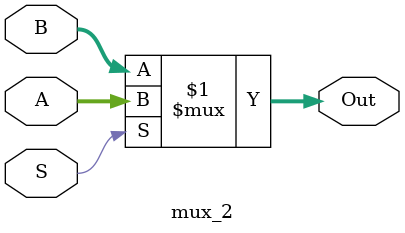
<source format=v>
`timescale 1ns / 1ps


module mux_2(
    input wire[31:0] A, B,
    input wire S,
    output wire[31:0] Out
    );
    
assign Out = S ? A : B;
    
endmodule

</source>
